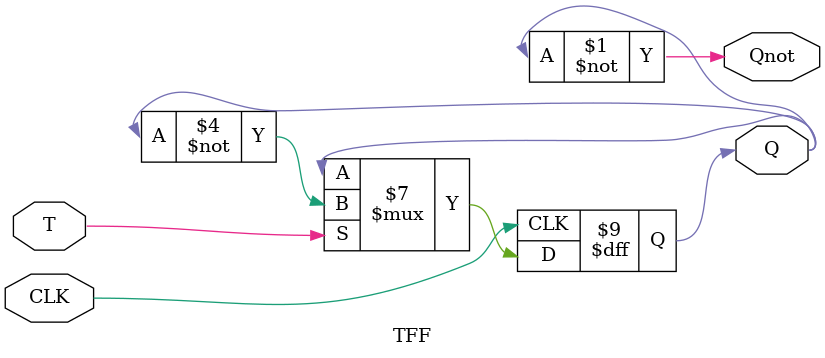
<source format=v>
`timescale 1ns / 1ps


module TFF(Q, Qnot, T, CLK);
input CLK, T;
output Qnot;
output reg Q;

initial Q = 0;
assign Qnot = ~Q;

always @(posedge CLK)
    if(T==0)
        Q<=Q;
    else
        Q<=~Q;
endmodule
</source>
